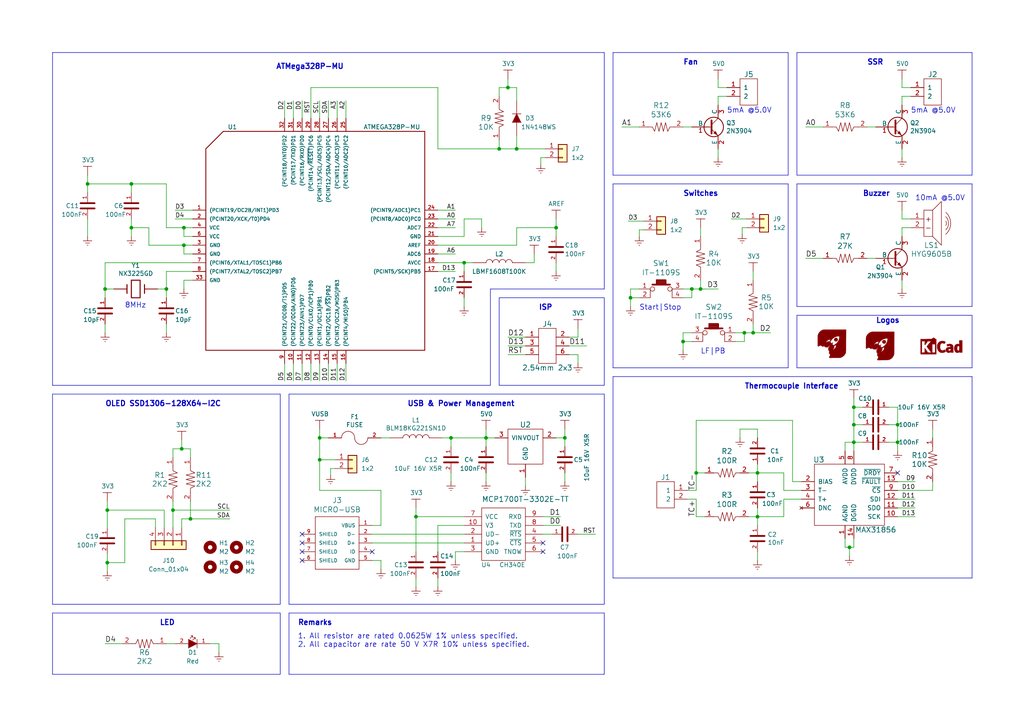
<source format=kicad_sch>
(kicad_sch (version 20230121) (generator eeschema)
  (paper "A4")
  (title_block (title "Tiny Reflow Controller") (date "2018-12-25") (rev "2.00") (company "Rocket Scream Electronics"))
  (junction (at 55.245 150.495))
  (junction (at 198.12 99.06))
  (junction (at 25.4 53.34))
  (junction (at 201.93 137.16))
  (junction (at 48.26 83.82))
  (junction (at 140.97 127))
  (junction (at 92.71 133.35))
  (junction (at 38.1 53.34))
  (junction (at 120.65 149.86))
  (junction (at 161.29 66.04))
  (junction (at 53.34 66.04))
  (junction (at 182.88 86.36))
  (junction (at 30.48 83.82))
  (junction (at 134.62 76.2))
  (junction (at 260.35 128.27))
  (junction (at 219.71 149.86))
  (junction (at 38.1 66.04))
  (junction (at 219.71 137.16))
  (junction (at 31.115 147.955))
  (junction (at 130.81 127))
  (junction (at 149.86 43.18))
  (junction (at 31.115 163.195))
  (junction (at 52.705 130.175))
  (junction (at 246.38 158.75))
  (junction (at 50.165 147.955))
  (junction (at 92.71 127))
  (junction (at 163.83 127))
  (junction (at 53.34 71.12))
  (junction (at 200.66 83.82))
  (junction (at 247.65 128.27))
  (junction (at 203.2 83.82))
  (junction (at 215.9 96.52))
  (junction (at 247.65 123.19))
  (junction (at 247.65 118.11))
  (junction (at 260.35 123.19))
  (junction (at 147.32 25.4))
  (junction (at 144.78 43.18))
  (junction (at 218.44 96.52))
  (no_connect (at 157.48 160.02))
  (no_connect (at 107.95 160.02))
  (no_connect (at 87.63 157.48))
  (no_connect (at 157.48 157.48))
  (no_connect (at 87.63 154.94))
  (no_connect (at 87.63 162.56))
  (no_connect (at 260.35 137.16))
  (no_connect (at 87.63 160.02))
  (wire (pts (xy 134.62 63.5) (xy 139.7 63.5)))
  (wire (pts (xy 53.34 71.12) (xy 55.88 71.12)))
  (wire (pts (xy 165.1 97.79) (xy 167.64 97.79)))
  (wire (pts (xy 134.62 76.2) (xy 134.62 78.74)))
  (wire (pts (xy 95.25 34.29) (xy 95.25 29.21)))
  (wire (pts (xy 127 25.4) (xy 127 43.18)))
  (polyline (pts (xy 177.8 106.68) (xy 177.8 53.34)))
  (wire (pts (xy 261.62 81.28) (xy 261.62 83.82)))
  (wire (pts (xy 200.66 83.82) (xy 200.66 86.36)))
  (wire (pts (xy 48.26 186.69) (xy 50.8 186.69)))
  (wire (pts (xy 134.62 160.02) (xy 132.08 160.02)))
  (wire (pts (xy 149.86 43.18) (xy 158.115 43.18)))
  (wire (pts (xy 270.51 124.46) (xy 270.51 127)))
  (wire (pts (xy 55.245 150.495) (xy 66.675 150.495)))
  (polyline (pts (xy 15.24 15.24) (xy 175.26 15.24)))
  (wire (pts (xy 50.8 63.5) (xy 55.88 63.5)))
  (polyline (pts (xy 231.14 88.9) (xy 281.94 88.9)))
  (polyline (pts (xy 83.82 195.58) (xy 175.26 195.58)))
  (wire (pts (xy 229.87 139.7) (xy 229.87 121.92)))
  (wire (pts (xy 97.155 135.89) (xy 95.885 135.89)))
  (wire (pts (xy 134.62 152.4) (xy 127 152.4)))
  (wire (pts (xy 31.115 160.655) (xy 31.115 163.195)))
  (wire (pts (xy 245.11 128.27) (xy 247.65 128.27)))
  (wire (pts (xy 134.62 68.58) (xy 134.62 63.5)))
  (wire (pts (xy 186.69 66.675) (xy 185.42 66.675)))
  (polyline (pts (xy 15.24 111.76) (xy 15.24 15.24)))
  (wire (pts (xy 144.78 43.18) (xy 149.86 43.18)))
  (wire (pts (xy 210.82 27.94) (xy 208.28 27.94)))
  (wire (pts (xy 260.35 123.19) (xy 260.35 128.27)))
  (wire (pts (xy 52.705 127.635) (xy 52.705 130.175)))
  (wire (pts (xy 213.36 96.52) (xy 215.9 96.52)))
  (wire (pts (xy 185.42 36.83) (xy 180.34 36.83)))
  (wire (pts (xy 30.48 93.98) (xy 30.48 96.52)))
  (wire (pts (xy 238.76 74.93) (xy 233.68 74.93)))
  (wire (pts (xy 120.65 167.64) (xy 120.65 170.18)))
  (wire (pts (xy 152.4 76.2) (xy 154.94 76.2)))
  (wire (pts (xy 219.71 124.46) (xy 219.71 127)))
  (polyline (pts (xy 231.14 15.24) (xy 281.94 15.24)))
  (wire (pts (xy 48.26 93.98) (xy 48.26 96.52)))
  (wire (pts (xy 52.705 153.035) (xy 52.705 150.495)))
  (wire (pts (xy 97.79 105.41) (xy 97.79 110.49)))
  (wire (pts (xy 260.35 128.27) (xy 257.81 128.27)))
  (polyline (pts (xy 177.8 53.34) (xy 228.6 53.34)))
  (wire (pts (xy 120.65 147.32) (xy 120.65 149.86)))
  (wire (pts (xy 270.51 142.24) (xy 270.51 139.7)))
  (wire (pts (xy 264.16 27.94) (xy 261.62 27.94)))
  (wire (pts (xy 43.18 71.12) (xy 43.18 66.04)))
  (wire (pts (xy 31.115 147.955) (xy 31.115 153.035)))
  (wire (pts (xy 127 60.96) (xy 132.08 60.96)))
  (wire (pts (xy 232.41 144.78) (xy 227.33 144.78)))
  (wire (pts (xy 227.33 137.16) (xy 227.33 142.24)))
  (wire (pts (xy 247.65 128.27) (xy 250.19 128.27)))
  (polyline (pts (xy 281.94 106.68) (xy 281.94 91.44)))
  (wire (pts (xy 165.1 100.33) (xy 170.18 100.33)))
  (wire (pts (xy 82.55 34.29) (xy 82.55 29.21)))
  (polyline (pts (xy 177.8 109.22) (xy 281.94 109.22)))
  (wire (pts (xy 198.12 99.06) (xy 198.12 101.6)))
  (wire (pts (xy 161.29 76.2) (xy 161.29 78.74)))
  (wire (pts (xy 31.115 145.415) (xy 31.115 147.955)))
  (wire (pts (xy 92.71 127) (xy 95.25 127)))
  (wire (pts (xy 55.88 78.74) (xy 48.26 78.74)))
  (wire (pts (xy 261.62 63.5) (xy 261.62 60.96)))
  (wire (pts (xy 210.82 25.4) (xy 208.28 25.4)))
  (wire (pts (xy 38.1 53.34) (xy 25.4 53.34)))
  (wire (pts (xy 149.86 66.04) (xy 149.86 71.12)))
  (polyline (pts (xy 231.14 53.34) (xy 231.14 88.9)))
  (wire (pts (xy 198.12 83.82) (xy 200.66 83.82)))
  (wire (pts (xy 45.085 150.495) (xy 36.195 150.495)))
  (wire (pts (xy 144.78 25.4) (xy 147.32 25.4)))
  (wire (pts (xy 55.88 73.66) (xy 53.34 73.66)))
  (wire (pts (xy 92.71 34.29) (xy 92.71 29.21)))
  (wire (pts (xy 182.88 86.36) (xy 185.42 86.36)))
  (wire (pts (xy 198.12 96.52) (xy 198.12 99.06)))
  (wire (pts (xy 219.71 137.16) (xy 227.33 137.16)))
  (wire (pts (xy 208.28 43.18) (xy 208.28 45.72)))
  (polyline (pts (xy 81.28 114.3) (xy 15.24 114.3)))
  (wire (pts (xy 247.65 123.19) (xy 247.65 128.27)))
  (wire (pts (xy 185.42 83.82) (xy 182.88 83.82)))
  (polyline (pts (xy 228.6 106.68) (xy 177.8 106.68)))
  (wire (pts (xy 97.79 34.29) (xy 97.79 29.21)))
  (wire (pts (xy 92.71 127) (xy 92.71 133.35)))
  (wire (pts (xy 85.09 105.41) (xy 85.09 110.49)))
  (wire (pts (xy 48.26 78.74) (xy 48.26 83.82)))
  (wire (pts (xy 36.195 163.195) (xy 31.115 163.195)))
  (wire (pts (xy 55.88 81.28) (xy 53.34 81.28)))
  (wire (pts (xy 157.48 152.4) (xy 162.56 152.4)))
  (wire (pts (xy 182.88 86.36) (xy 182.88 88.9)))
  (wire (pts (xy 107.95 157.48) (xy 134.62 157.48)))
  (wire (pts (xy 245.11 130.81) (xy 245.11 128.27)))
  (polyline (pts (xy 228.6 53.34) (xy 228.6 106.68)))
  (wire (pts (xy 247.65 128.27) (xy 247.65 130.81)))
  (wire (pts (xy 38.1 63.5) (xy 38.1 66.04)))
  (wire (pts (xy 47.625 147.955) (xy 31.115 147.955)))
  (polyline (pts (xy 15.24 175.26) (xy 81.28 175.26)))
  (wire (pts (xy 110.49 127) (xy 113.03 127)))
  (wire (pts (xy 33.02 83.82) (xy 30.48 83.82)))
  (wire (pts (xy 260.35 139.7) (xy 265.43 139.7)))
  (wire (pts (xy 260.35 149.86) (xy 265.43 149.86)))
  (wire (pts (xy 203.2 81.28) (xy 203.2 83.82)))
  (wire (pts (xy 264.16 25.4) (xy 261.62 25.4)))
  (wire (pts (xy 48.26 53.34) (xy 48.26 66.04)))
  (wire (pts (xy 92.71 133.35) (xy 92.71 142.24)))
  (wire (pts (xy 53.34 66.04) (xy 48.26 66.04)))
  (wire (pts (xy 30.48 83.82) (xy 30.48 86.36)))
  (polyline (pts (xy 281.94 91.44) (xy 231.14 91.44)))
  (wire (pts (xy 232.41 139.7) (xy 229.87 139.7)))
  (wire (pts (xy 149.86 39.37) (xy 149.86 43.18)))
  (wire (pts (xy 52.705 130.175) (xy 55.245 130.175)))
  (polyline (pts (xy 228.6 15.24) (xy 228.6 50.8)))
  (wire (pts (xy 219.71 149.86) (xy 217.17 149.86)))
  (wire (pts (xy 157.48 149.86) (xy 162.56 149.86)))
  (wire (pts (xy 163.83 137.16) (xy 163.83 139.7)))
  (polyline (pts (xy 175.26 175.26) (xy 83.82 175.26)))
  (wire (pts (xy 127 76.2) (xy 134.62 76.2)))
  (wire (pts (xy 92.71 142.24) (xy 110.49 142.24)))
  (wire (pts (xy 163.83 127) (xy 163.83 129.54)))
  (wire (pts (xy 130.81 127) (xy 140.97 127)))
  (wire (pts (xy 55.88 68.58) (xy 53.34 68.58)))
  (wire (pts (xy 38.1 66.04) (xy 38.1 68.58)))
  (wire (pts (xy 25.4 50.8) (xy 25.4 53.34)))
  (polyline (pts (xy 15.24 195.58) (xy 15.24 177.8)))
  (wire (pts (xy 216.535 66.04) (xy 215.265 66.04)))
  (polyline (pts (xy 142.24 111.76) (xy 15.24 111.76)))
  (wire (pts (xy 152.4 100.33) (xy 147.32 100.33)))
  (wire (pts (xy 260.35 123.19) (xy 257.81 123.19)))
  (wire (pts (xy 50.165 130.175) (xy 52.705 130.175)))
  (polyline (pts (xy 175.26 86.36) (xy 175.26 111.76)))
  (wire (pts (xy 182.245 64.135) (xy 186.69 64.135)))
  (wire (pts (xy 215.9 96.52) (xy 218.44 96.52)))
  (wire (pts (xy 30.48 76.2) (xy 30.48 83.82)))
  (wire (pts (xy 53.34 73.66) (xy 53.34 71.12)))
  (polyline (pts (xy 231.14 50.8) (xy 231.14 15.24)))
  (wire (pts (xy 260.35 128.27) (xy 260.35 130.81)))
  (polyline (pts (xy 144.78 111.76) (xy 144.78 86.36)))
  (wire (pts (xy 247.65 118.11) (xy 247.65 123.19)))
  (wire (pts (xy 219.71 137.16) (xy 219.71 139.7)))
  (wire (pts (xy 161.29 66.04) (xy 149.86 66.04)))
  (wire (pts (xy 161.29 127) (xy 163.83 127)))
  (wire (pts (xy 92.71 127) (xy 92.71 124.46)))
  (wire (pts (xy 212.09 63.5) (xy 216.535 63.5)))
  (wire (pts (xy 107.95 154.94) (xy 134.62 154.94)))
  (wire (pts (xy 167.64 97.79) (xy 167.64 95.25)))
  (wire (pts (xy 107.95 162.56) (xy 110.49 162.56)))
  (wire (pts (xy 53.34 81.28) (xy 53.34 83.82)))
  (wire (pts (xy 219.71 147.32) (xy 219.71 149.86)))
  (wire (pts (xy 147.32 22.86) (xy 147.32 25.4)))
  (wire (pts (xy 107.95 152.4) (xy 110.49 152.4)))
  (wire (pts (xy 90.17 34.29) (xy 90.17 25.4)))
  (wire (pts (xy 172.72 154.94) (xy 167.64 154.94)))
  (wire (pts (xy 238.76 36.83) (xy 233.68 36.83)))
  (wire (pts (xy 152.4 97.79) (xy 147.32 97.79)))
  (wire (pts (xy 229.87 121.92) (xy 201.93 121.92)))
  (wire (pts (xy 31.115 163.195) (xy 31.115 165.735)))
  (wire (pts (xy 110.49 142.24) (xy 110.49 152.4)))
  (wire (pts (xy 163.83 124.46) (xy 163.83 127)))
  (wire (pts (xy 90.17 105.41) (xy 90.17 110.49)))
  (wire (pts (xy 63.5 186.69) (xy 63.5 189.23)))
  (wire (pts (xy 208.28 25.4) (xy 208.28 22.86)))
  (wire (pts (xy 30.48 186.69) (xy 35.56 186.69)))
  (wire (pts (xy 130.81 129.54) (xy 130.81 127)))
  (wire (pts (xy 48.26 53.34) (xy 38.1 53.34)))
  (wire (pts (xy 50.165 145.415) (xy 50.165 147.955)))
  (wire (pts (xy 50.165 153.035) (xy 50.165 147.955)))
  (wire (pts (xy 100.33 105.41) (xy 100.33 110.49)))
  (wire (pts (xy 55.245 145.415) (xy 55.245 150.495)))
  (wire (pts (xy 132.08 160.02) (xy 132.08 162.56)))
  (wire (pts (xy 60.96 186.69) (xy 63.5 186.69)))
  (wire (pts (xy 55.245 130.175) (xy 55.245 132.715)))
  (polyline (pts (xy 231.14 91.44) (xy 231.14 106.68)))
  (wire (pts (xy 246.38 158.75) (xy 246.38 161.29)))
  (wire (pts (xy 182.88 83.82) (xy 182.88 86.36)))
  (wire (pts (xy 144.78 27.94) (xy 144.78 25.4)))
  (wire (pts (xy 261.62 27.94) (xy 261.62 30.48)))
  (wire (pts (xy 251.46 74.93) (xy 254 74.93)))
  (wire (pts (xy 139.7 63.5) (xy 139.7 66.04)))
  (wire (pts (xy 137.16 76.2) (xy 134.62 76.2)))
  (wire (pts (xy 227.33 144.78) (xy 227.33 149.86)))
  (polyline (pts (xy 15.24 177.8) (xy 81.28 177.8)))
  (wire (pts (xy 38.1 53.34) (xy 38.1 55.88)))
  (polyline (pts (xy 83.82 177.8) (xy 83.82 195.58)))
  (wire (pts (xy 201.93 121.92) (xy 201.93 137.16)))
  (wire (pts (xy 260.35 147.32) (xy 265.43 147.32)))
  (wire (pts (xy 201.93 144.78) (xy 201.93 149.86)))
  (wire (pts (xy 152.4 138.43) (xy 152.4 140.97)))
  (wire (pts (xy 219.71 149.86) (xy 219.71 152.4)))
  (wire (pts (xy 52.705 150.495) (xy 55.245 150.495)))
  (wire (pts (xy 95.25 105.41) (xy 95.25 110.49)))
  (wire (pts (xy 25.4 63.5) (xy 25.4 68.58)))
  (wire (pts (xy 200.66 96.52) (xy 198.12 96.52)))
  (wire (pts (xy 100.33 34.29) (xy 100.33 29.21)))
  (polyline (pts (xy 281.94 53.34) (xy 231.14 53.34)))
  (polyline (pts (xy 281.94 50.8) (xy 231.14 50.8)))
  (wire (pts (xy 127 66.04) (xy 132.08 66.04)))
  (wire (pts (xy 147.32 25.4) (xy 149.86 25.4)))
  (wire (pts (xy 55.88 66.04) (xy 53.34 66.04)))
  (wire (pts (xy 130.81 137.16) (xy 130.81 139.7)))
  (wire (pts (xy 127 68.58) (xy 134.62 68.58)))
  (wire (pts (xy 43.18 71.12) (xy 53.34 71.12)))
  (wire (pts (xy 201.93 142.24) (xy 199.39 142.24)))
  (wire (pts (xy 261.62 66.04) (xy 261.62 68.58)))
  (wire (pts (xy 50.165 147.955) (xy 66.675 147.955)))
  (wire (pts (xy 154.94 76.2) (xy 154.94 73.66)))
  (polyline (pts (xy 177.8 50.8) (xy 177.8 15.24)))
  (wire (pts (xy 261.62 25.4) (xy 261.62 22.86)))
  (wire (pts (xy 203.2 66.04) (xy 203.2 68.58)))
  (wire (pts (xy 246.38 158.75) (xy 247.65 158.75)))
  (polyline (pts (xy 144.78 86.36) (xy 175.26 86.36)))
  (wire (pts (xy 247.65 123.19) (xy 250.19 123.19)))
  (wire (pts (xy 156.845 45.72) (xy 156.845 47.625)))
  (wire (pts (xy 247.65 115.57) (xy 247.65 118.11)))
  (polyline (pts (xy 81.28 177.8) (xy 81.28 195.58)))
  (wire (pts (xy 214.63 124.46) (xy 219.71 124.46)))
  (wire (pts (xy 161.29 66.04) (xy 161.29 68.58)))
  (wire (pts (xy 200.66 86.36) (xy 198.12 86.36)))
  (wire (pts (xy 127 152.4) (xy 127 160.02)))
  (wire (pts (xy 215.9 99.06) (xy 215.9 96.52)))
  (wire (pts (xy 90.17 25.4) (xy 127 25.4)))
  (wire (pts (xy 165.1 102.87) (xy 167.64 102.87)))
  (wire (pts (xy 201.93 137.16) (xy 201.93 142.24)))
  (polyline (pts (xy 175.26 114.3) (xy 175.26 175.26)))
  (polyline (pts (xy 83.82 175.26) (xy 83.82 114.3)))
  (wire (pts (xy 45.085 153.035) (xy 45.085 150.495)))
  (wire (pts (xy 227.33 142.24) (xy 232.41 142.24)))
  (wire (pts (xy 127 63.5) (xy 132.08 63.5)))
  (wire (pts (xy 215.265 66.04) (xy 215.265 67.945)))
  (wire (pts (xy 48.26 83.82) (xy 48.26 86.36)))
  (wire (pts (xy 92.71 133.35) (xy 97.155 133.35)))
  (polyline (pts (xy 81.28 195.58) (xy 15.24 195.58)))
  (wire (pts (xy 87.63 105.41) (xy 87.63 110.49)))
  (wire (pts (xy 152.4 102.87) (xy 147.32 102.87)))
  (wire (pts (xy 140.97 127) (xy 140.97 129.54)))
  (wire (pts (xy 227.33 149.86) (xy 219.71 149.86)))
  (wire (pts (xy 45.72 83.82) (xy 48.26 83.82)))
  (polyline (pts (xy 177.8 15.24) (xy 228.6 15.24)))
  (polyline (pts (xy 175.26 177.8) (xy 83.82 177.8)))
  (wire (pts (xy 167.64 102.87) (xy 167.64 105.41)))
  (wire (pts (xy 149.86 71.12) (xy 127 71.12)))
  (wire (pts (xy 120.65 149.86) (xy 120.65 160.02)))
  (wire (pts (xy 25.4 53.34) (xy 25.4 55.88)))
  (wire (pts (xy 185.42 66.675) (xy 185.42 68.58)))
  (wire (pts (xy 92.71 105.41) (xy 92.71 110.49)))
  (polyline (pts (xy 175.26 15.24) (xy 175.26 83.82)))
  (polyline (pts (xy 175.26 111.76) (xy 144.78 111.76)))
  (wire (pts (xy 130.81 127) (xy 128.27 127)))
  (polyline (pts (xy 15.24 114.3) (xy 15.24 175.26)))
  (wire (pts (xy 47.625 153.035) (xy 47.625 147.955)))
  (wire (pts (xy 257.81 118.11) (xy 260.35 118.11)))
  (polyline (pts (xy 281.94 109.22) (xy 281.94 167.64)))
  (wire (pts (xy 264.16 63.5) (xy 261.62 63.5)))
  (wire (pts (xy 43.18 66.04) (xy 38.1 66.04)))
  (polyline (pts (xy 142.24 83.82) (xy 142.24 111.76)))
  (wire (pts (xy 55.88 60.96) (xy 50.8 60.96)))
  (wire (pts (xy 218.44 96.52) (xy 218.44 93.98)))
  (wire (pts (xy 198.12 36.83) (xy 200.66 36.83)))
  (wire (pts (xy 82.55 105.41) (xy 82.55 110.49)))
  (wire (pts (xy 204.47 137.16) (xy 201.93 137.16)))
  (wire (pts (xy 219.71 160.02) (xy 219.71 162.56)))
  (wire (pts (xy 85.09 34.29) (xy 85.09 29.21)))
  (polyline (pts (xy 281.94 15.24) (xy 281.94 50.8)))
  (wire (pts (xy 251.46 36.83) (xy 254 36.83)))
  (wire (pts (xy 215.9 99.06) (xy 213.36 99.06)))
  (wire (pts (xy 55.88 76.2) (xy 30.48 76.2)))
  (wire (pts (xy 140.97 127) (xy 143.51 127)))
  (wire (pts (xy 247.65 158.75) (xy 247.65 156.21)))
  (wire (pts (xy 127 78.74) (xy 132.08 78.74)))
  (wire (pts (xy 203.2 83.82) (xy 208.28 83.82)))
  (wire (pts (xy 260.35 142.24) (xy 270.51 142.24)))
  (wire (pts (xy 149.86 25.4) (xy 149.86 29.21)))
  (wire (pts (xy 201.93 149.86) (xy 204.47 149.86)))
  (wire (pts (xy 245.11 158.75) (xy 246.38 158.75)))
  (wire (pts (xy 87.63 34.29) (xy 87.63 29.21)))
  (polyline (pts (xy 231.14 106.68) (xy 281.94 106.68)))
  (wire (pts (xy 198.12 99.06) (xy 200.66 99.06)))
  (wire (pts (xy 261.62 43.18) (xy 261.62 45.72)))
  (polyline (pts (xy 281.94 167.64) (xy 177.8 167.64)))
  (polyline (pts (xy 175.26 83.82) (xy 142.24 83.82)))
  (wire (pts (xy 161.29 63.5) (xy 161.29 66.04)))
  (wire (pts (xy 264.16 66.04) (xy 261.62 66.04)))
  (wire (pts (xy 95.885 135.89) (xy 95.885 137.795)))
  (wire (pts (xy 36.195 150.495) (xy 36.195 163.195)))
  (wire (pts (xy 208.28 27.94) (xy 208.28 30.48)))
  (wire (pts (xy 140.97 124.46) (xy 140.97 127)))
  (wire (pts (xy 260.35 144.78) (xy 265.43 144.78)))
  (polyline (pts (xy 83.82 114.3) (xy 175.26 114.3)))
  (wire (pts (xy 245.11 156.21) (xy 245.11 158.75)))
  (wire (pts (xy 158.115 45.72) (xy 156.845 45.72)))
  (wire (pts (xy 199.39 144.78) (xy 201.93 144.78)))
  (wire (pts (xy 50.165 132.715) (xy 50.165 130.175)))
  (wire (pts (xy 250.19 118.11) (xy 247.65 118.11)))
  (wire (pts (xy 127 73.66) (xy 132.08 73.66)))
  (wire (pts (xy 214.63 127) (xy 214.63 124.46)))
  (wire (pts (xy 160.02 154.94) (xy 157.48 154.94)))
  (wire (pts (xy 218.44 78.74) (xy 218.44 81.28)))
  (wire (pts (xy 134.62 149.86) (xy 120.65 149.86)))
  (polyline (pts (xy 228.6 50.8) (xy 177.8 50.8)))
  (wire (pts (xy 219.71 134.62) (xy 219.71 137.16)))
  (wire (pts (xy 144.78 43.18) (xy 144.78 40.64)))
  (wire (pts (xy 53.34 68.58) (xy 53.34 66.04)))
  (polyline (pts (xy 281.94 88.9) (xy 281.94 53.34)))
  (polyline (pts (xy 175.26 195.58) (xy 175.26 177.8)))
  (polyline (pts (xy 177.8 167.64) (xy 177.8 109.22)))
  (wire (pts (xy 127 167.64) (xy 127 170.18)))
  (wire (pts (xy 110.49 162.56) (xy 110.49 165.1)))
  (wire (pts (xy 260.35 118.11) (xy 260.35 123.19)))
  (wire (pts (xy 200.66 83.82) (xy 203.2 83.82)))
  (wire (pts (xy 127 43.18) (xy 144.78 43.18)))
  (polyline (pts (xy 81.28 175.26) (xy 81.28 114.3)))
  (wire (pts (xy 134.62 86.36) (xy 134.62 88.9)))
  (wire (pts (xy 218.44 96.52) (xy 223.52 96.52)))
  (wire (pts (xy 217.17 137.16) (xy 219.71 137.16)))
  (wire (pts (xy 140.97 137.16) (xy 140.97 139.7)))
  (text "Buzzer" (at 250.19 57.15 0) (effects (font (size 1.524 1.524) (thickness 0.3048) bold) (justify left bottom)))
  (text "5mA @5.0V" (at 210.82 33.02 0) (effects (font (size 1.524 1.524)) (justify left bottom)))
  (text "Fan" (at 198.12 19.05 0) (effects (font (size 1.524 1.524) (thickness 0.3048) bold) (justify left bottom)))
  (text "5mA @5.0V" (at 264.16 33.02 0) (effects (font (size 1.524 1.524)) (justify left bottom)))
  (text "Logos" (at 254 93.98 0) (effects (font (size 1.524 1.524) (thickness 0.3048) bold) (justify left bottom)))
  (text "LF|PB" (at 203.2 102.87 0) (effects (font (size 1.524 1.524)) (justify left bottom)))
  (text "Remarks" (at 86.36 181.61 0) (effects (font (size 1.524 1.524) (thickness 0.3048) bold) (justify left bottom)))
  (text "10mA @5.0V" (at 265.43 58.42 0) (effects (font (size 1.524 1.524)) (justify left bottom)))
  (text "Switches" (at 198.12 57.15 0) (effects (font (size 1.524 1.524) (thickness 0.3048) bold) (justify left bottom)))
  (text "Start|Stop" (at 185.42 90.17 0) (effects (font (size 1.524 1.524)) (justify left bottom)))
  (text "1. All resistor are rated 0.0625W 1% unless specified.\n2. All capacitor are rate 50 V X7R 10% unless specified. " (at 86.36 187.96 0) (effects (font (size 1.524 1.524)) (justify left bottom)))
  (text "ISP" (at 156.21 90.17 0) (effects (font (size 1.524 1.524) (thickness 0.3048) bold) (justify left bottom)))
  (text "Thermocouple Interface" (at 215.9 113.03 0) (effects (font (size 1.524 1.524) (thickness 0.3048) bold) (justify left bottom)))
  (text "8MHz" (at 36.195 89.535 0) (effects (font (size 1.524 1.524)) (justify left bottom)))
  (text "LED" (at 50.8 181.61 0) (effects (font (size 1.524 1.524) (thickness 0.3048) bold) (justify right bottom)))
  (text "ATMega328P-MU" (at 80.01 20.32 0) (effects (font (size 1.524 1.524) (thickness 0.3048) bold) (justify left bottom)))
  (text "USB & Power Management" (at 118.11 118.11 0) (effects (font (size 1.524 1.524) (thickness 0.3048) bold) (justify left bottom)))
  (text "SSR" (at 251.46 19.05 0) (effects (font (size 1.524 1.524) (thickness 0.3048) bold) (justify left bottom)))
  (text "OLED SSD1306-128X64-I2C" (at 30.48 118.11 0) (effects (font (size 1.524 1.524) (thickness 0.3048) bold) (justify left bottom)))
  (label "D13" (at 265.43 149.86 180))
  (label "D8" (at 90.17 110.49 90))
  (label "D1" (at 85.09 29.21 270))
  (label "D0" (at 87.63 29.21 270))
  (label "SCL" (at 66.675 147.955 180))
  (label "TC-" (at 201.93 142.24 90) (effects (font (size 1.524 1.524))))
  (label "D9" (at 265.43 139.7 180))
  (label "A7" (at 132.08 66.04 180))
  (label "A3" (at 97.79 29.21 270))
  (label "D13" (at 147.32 100.33 0) (effects (font (size 1.524 1.524))))
  (label "D12" (at 147.32 97.79 0) (effects (font (size 1.524 1.524))))
  (label "RST" (at 172.72 154.94 180))
  (label "A6" (at 132.08 73.66 180))
  (label "D1" (at 162.56 149.86 180) (effects (font (size 1.524 1.524))))
  (label "D2" (at 223.52 96.52 180) (effects (font (size 1.524 1.524))))
  (label "D12" (at 100.33 110.49 90))
  (label "A2" (at 100.33 29.21 270))
  (label "RST" (at 147.32 102.87 0) (effects (font (size 1.524 1.524))))
  (label "A1" (at 180.34 36.83 0) (effects (font (size 1.524 1.524))))
  (label "D3" (at 208.28 83.82 180) (effects (font (size 1.524 1.524))))
  (label "SCL" (at 92.71 29.21 270))
  (label "D5" (at 233.68 74.93 0) (effects (font (size 1.524 1.524))))
  (label "D2" (at 82.55 29.21 270))
  (label "D6" (at 85.09 110.49 90))
  (label "D7" (at 87.63 110.49 90))
  (label "A0" (at 233.68 36.83 0) (effects (font (size 1.524 1.524))))
  (label "A0" (at 132.08 63.5 180))
  (label "D2" (at 212.09 63.5 0))
  (label "TC+" (at 201.93 149.86 90) (effects (font (size 1.524 1.524))))
  (label "D11" (at 97.79 110.49 90))
  (label "D3" (at 182.245 64.135 0))
  (label "D0" (at 162.56 152.4 180) (effects (font (size 1.524 1.524))))
  (label "D10" (at 95.25 110.49 90))
  (label "D13" (at 132.08 78.74 180))
  (label "A1" (at 132.08 60.96 180))
  (label "D10" (at 265.43 142.24 180))
  (label "D5" (at 82.55 110.49 90))
  (label "D9" (at 92.71 110.49 90))
  (label "SDA" (at 95.25 29.21 270))
  (label "D4" (at 30.48 186.69 0) (effects (font (size 1.524 1.524))))
  (label "SDA" (at 66.675 150.495 180))
  (label "RST" (at 90.17 29.21 270))
  (label "D4" (at 50.8 63.5 0))
  (label "D11" (at 265.43 144.78 180))
  (label "D11" (at 165.1 100.33 0) (effects (font (size 1.524 1.524))))
  (label "D3" (at 50.8 60.96 0))
  (label "D12" (at 265.43 147.32 180))
  (symbol (lib_id "TINY-REFLOW-CONTROLLER-rescue:LED-SINGLE-RocketScreamKiCadLib") (at 55.88 186.69 180) (unit 1)
    (property "Reference" "D1" (at 55.88 189.23 0))
    (property "Value" "Red" (at 55.88 191.77 0))
    (property "Footprint" "RocketScreamKiCadLib:LED_0603" (effects hide))
  )
  (symbol (lib_id "TINY-REFLOW-CONTROLLER-rescue:MAX31856-RocketScreamKiCadLib") (at 246.38 143.51 0) (unit 1)
    (property "Reference" "U3" (at 237.49 133.35 0) (effects (font (size 1.524 1.524))))
    (property "Value" "MAX31856" (at 254 153.67 0) (effects (font (size 1.524 1.524))))
    (property "Footprint" "RocketScreamKiCadLib:TSSOP-14" (effects hide))
  )
  (symbol (lib_id "TINY-REFLOW-CONTROLLER-rescue:TACT-SWITCH_4Pins-RocketScreamKiCadLib") (at 207.01 96.52 0) (mirror y) (unit 1)
    (property "Reference" "SW2" (at 207.01 89.0524 0) (effects (font (size 1.524 1.524))))
    (property "Value" "IT-1109S" (at 207.01 91.7448 0) (effects (font (size 1.524 1.524))))
    (property "Footprint" "RocketScreamKiCadLib:IT-1102W" (effects hide))
  )
  (symbol (lib_id "TINY-REFLOW-CONTROLLER-rescue:TACT-SWITCH_4Pins-RocketScreamKiCadLib") (at 191.77 83.82 0) (unit 1)
    (property "Reference" "SW1" (at 191.77 76.3524 0) (effects (font (size 1.524 1.524))))
    (property "Value" "IT-1109S" (at 191.77 79.0448 0) (effects (font (size 1.524 1.524))))
    (property "Footprint" "RocketScreamKiCadLib:IT-1102W" (effects hide))
  )
  (symbol (lib_id "TINY-REFLOW-CONTROLLER-rescue:RESISTOR-RocketScreamKiCadLib") (at 50.165 139.065 90) (mirror x) (unit 1)
    (property "Reference" "R1" (at 46.355 137.795 90) (effects (font (size 1.524 1.524))))
    (property "Value" "2K2" (at 46.355 140.335 90) (effects (font (size 1.524 1.524))))
    (property "Footprint" "RocketScreamKiCadLib:R_0603" (effects hide))
  )
  (symbol (lib_id "TINY-REFLOW-CONTROLLER-rescue:BUZZER-RocketScreamKiCadLib") (at 270.51 64.77 0) (unit 1)
    (property "Reference" "LS1" (at 267.97 71.12 0) (effects (font (size 1.524 1.524)) (justify left)))
    (property "Value" "HYG9605B" (at 264.16 73.66 0) (effects (font (size 1.524 1.524)) (justify left)))
    (property "Footprint" "RocketScreamKiCadLib:HYG9605B" (effects hide))
  )
  (symbol (lib_id "TINY-REFLOW-CONTROLLER-rescue:RESISTOR-RocketScreamKiCadLib") (at 210.82 137.16 0) (unit 1)
    (property "Reference" "R2" (at 210.82 130.8862 0) (effects (font (size 1.524 1.524))))
    (property "Value" "100R" (at 210.82 133.5786 0) (effects (font (size 1.524 1.524))))
    (property "Footprint" "RocketScreamKiCadLib:R_0603" (effects hide))
  )
  (symbol (lib_id "TINY-REFLOW-CONTROLLER-rescue:RESISTOR-RocketScreamKiCadLib") (at 210.82 149.86 0) (unit 1)
    (property "Reference" "R3" (at 210.82 143.5862 0) (effects (font (size 1.524 1.524))))
    (property "Value" "100R" (at 210.82 146.2786 0) (effects (font (size 1.524 1.524))))
    (property "Footprint" "RocketScreamKiCadLib:R_0603" (effects hide))
  )
  (symbol (lib_id "TINY-REFLOW-CONTROLLER-rescue:CAPACITOR-CERAMIC-RocketScreamKiCadLib") (at 219.71 143.51 0) (unit 1)
    (property "Reference" "C3" (at 222.25 143.51 0) (effects (justify left)))
    (property "Value" "100nF" (at 220.98 146.05 0) (effects (justify left)))
    (property "Footprint" "RocketScreamKiCadLib:C_0603" (effects hide))
  )
  (symbol (lib_id "TINY-REFLOW-CONTROLLER-rescue:CAPACITOR-CERAMIC-RocketScreamKiCadLib") (at 219.71 156.21 0) (unit 1)
    (property "Reference" "C2" (at 222.631 155.0416 0) (effects (justify left)))
    (property "Value" "10nF" (at 222.631 157.353 0) (effects (justify left)))
    (property "Footprint" "RocketScreamKiCadLib:C_0603" (effects hide))
  )
  (symbol (lib_id "TINY-REFLOW-CONTROLLER-rescue:CAPACITOR-CERAMIC-RocketScreamKiCadLib") (at 219.71 130.81 180) (unit 1)
    (property "Reference" "C1" (at 226.06 130.81 0) (effects (justify left)))
    (property "Value" "10nF" (at 227.33 133.35 0) (effects (justify left)))
    (property "Footprint" "RocketScreamKiCadLib:C_0603" (effects hide))
  )
  (symbol (lib_id "TINY-REFLOW-CONTROLLER-rescue:CONN-HDR-2x3-RocketScreamKiCadLib") (at 158.75 100.33 0) (unit 1)
    (property "Reference" "J4" (at 158.75 93.98 0) (effects (font (size 1.524 1.524))))
    (property "Value" "2.54mm 2x3" (at 158.75 106.68 0) (effects (font (size 1.524 1.524))))
    (property "Footprint" "RocketScreamKiCadLib:HDR_2x3_Pitch2.54mm" (effects hide))
  )
  (symbol (lib_id "TINY-REFLOW-CONTROLLER-rescue:CAPACITOR-CERAMIC-RocketScreamKiCadLib") (at 140.97 133.35 0) (unit 1)
    (property "Reference" "C4" (at 134.62 133.35 0) (effects (justify left)))
    (property "Value" "100nF" (at 133.35 135.89 0) (effects (justify left)))
    (property "Footprint" "RocketScreamKiCadLib:C_0603" (effects hide))
  )
  (symbol (lib_id "TINY-REFLOW-CONTROLLER-rescue:CAPACITOR-CERAMIC-RocketScreamKiCadLib") (at 163.83 133.35 0) (unit 1)
    (property "Reference" "C5" (at 166.37 133.35 0) (effects (justify left)))
    (property "Value" "10uF 16V X5R" (at 170.18 139.7 90) (effects (justify left)))
    (property "Footprint" "RocketScreamKiCadLib:C_0603" (effects hide))
  )
  (symbol (lib_id "TINY-REFLOW-CONTROLLER-rescue:RESISTOR-RocketScreamKiCadLib") (at 203.2 74.93 270) (unit 1)
    (property "Reference" "R4" (at 207.01 73.66 90) (effects (font (size 1.524 1.524))))
    (property "Value" "10K" (at 207.01 76.2 90) (effects (font (size 1.524 1.524))))
    (property "Footprint" "RocketScreamKiCadLib:R_0603" (effects hide))
  )
  (symbol (lib_id "TINY-REFLOW-CONTROLLER-rescue:RESISTOR-RocketScreamKiCadLib") (at 218.44 87.63 270) (unit 1)
    (property "Reference" "R5" (at 222.25 86.36 90) (effects (font (size 1.524 1.524))))
    (property "Value" "10K" (at 222.25 88.9 90) (effects (font (size 1.524 1.524))))
    (property "Footprint" "RocketScreamKiCadLib:R_0603" (effects hide))
  )
  (symbol (lib_id "TINY-REFLOW-CONTROLLER-rescue:BJT-NPN-RocketScreamKiCadLib") (at 261.62 36.83 0) (unit 1)
    (property "Reference" "Q2" (at 263.9314 35.6616 0) (effects (justify left)))
    (property "Value" "2N3904" (at 263.9314 37.973 0) (effects (justify left)))
    (property "Footprint" "RocketScreamKiCadLib:SOT-23" (effects hide))
  )
  (symbol (lib_id "TINY-REFLOW-CONTROLLER-rescue:BJT-NPN-RocketScreamKiCadLib") (at 261.62 74.93 0) (unit 1)
    (property "Reference" "Q1" (at 254 77.47 0) (effects (justify left)))
    (property "Value" "2N3904" (at 251.46 80.01 0) (effects (justify left)))
    (property "Footprint" "RocketScreamKiCadLib:SOT-23" (effects hide))
  )
  (symbol (lib_id "TINY-REFLOW-CONTROLLER-rescue:RESISTOR-RocketScreamKiCadLib") (at 41.91 186.69 180) (unit 1)
    (property "Reference" "R6" (at 41.91 189.23 0) (effects (font (size 1.524 1.524))))
    (property "Value" "2K2" (at 41.91 191.77 0) (effects (font (size 1.524 1.524))))
    (property "Footprint" "RocketScreamKiCadLib:R_0603" (effects hide))
  )
  (symbol (lib_id "TINY-REFLOW-CONTROLLER-rescue:RESISTOR-RocketScreamKiCadLib") (at 245.11 74.93 0) (unit 1)
    (property "Reference" "R7" (at 245.11 68.6562 0) (effects (font (size 1.524 1.524))))
    (property "Value" "27K" (at 245.11 71.3486 0) (effects (font (size 1.524 1.524))))
    (property "Footprint" "RocketScreamKiCadLib:R_0603" (effects hide))
  )
  (symbol (lib_id "TINY-REFLOW-CONTROLLER-rescue:LOGO-ROCKET-SCREAM-WITHOUT-TEXT-RocketScreamKiCadLib") (at 241.3 99.695 0) (unit 1)
    (property "Reference" "LOGO1" (effects hide))
    (property "Value" "LOGO-ROCKET-SCREAM" (effects hide))
    (property "Footprint" "RocketScreamKiCadLib:LOGO-ROCKET-SCREAM_Without_Text_XXXSmall" (effects hide))
  )
  (symbol (lib_id "TINY-REFLOW-CONTROLLER-rescue:RESISTOR-RocketScreamKiCadLib") (at 245.11 36.83 0) (unit 1)
    (property "Reference" "R8" (at 245.11 30.5562 0) (effects (font (size 1.524 1.524))))
    (property "Value" "53K6" (at 245.11 33.2486 0) (effects (font (size 1.524 1.524))))
    (property "Footprint" "RocketScreamKiCadLib:R_0603" (effects hide))
  )
  (symbol (lib_id "TINY-REFLOW-CONTROLLER-rescue:RESISTOR-RocketScreamKiCadLib") (at 144.78 34.29 90) (unit 1)
    (property "Reference" "R9" (at 140.97 34.29 90) (effects (font (size 1.524 1.524))))
    (property "Value" "10K" (at 140.97 36.83 90) (effects (font (size 1.524 1.524))))
    (property "Footprint" "RocketScreamKiCadLib:R_0603" (effects hide))
  )
  (symbol (lib_id "TINY-REFLOW-CONTROLLER-rescue:DIODE-RocketScreamKiCadLib") (at 149.86 34.29 270) (unit 1)
    (property "Reference" "D3" (at 153.67 34.29 90))
    (property "Value" "1N4148WS" (at 156.21 36.83 90))
    (property "Footprint" "RocketScreamKiCadLib:SOD-323" (effects hide))
  )
  (symbol (lib_id "TINY-REFLOW-CONTROLLER-rescue:CAPACITOR-CERAMIC-RocketScreamKiCadLib") (at 38.1 59.69 0) (unit 1)
    (property "Reference" "C6" (at 33.02 59.69 0) (effects (justify left)))
    (property "Value" "100nF" (at 30.48 62.23 0) (effects (justify left)))
    (property "Footprint" "RocketScreamKiCadLib:C_0603" (effects hide))
  )
  (symbol (lib_id "TINY-REFLOW-CONTROLLER-rescue:CAPACITOR-CERAMIC-RocketScreamKiCadLib") (at 163.83 154.94 90) (mirror x) (unit 1)
    (property "Reference" "C7" (at 165.1 158.75 90) (effects (justify left)))
    (property "Value" "100nF" (at 167.64 161.29 90) (effects (justify left)))
    (property "Footprint" "RocketScreamKiCadLib:C_0603" (effects hide))
  )
  (symbol (lib_id "TINY-REFLOW-CONTROLLER-rescue:TERMINAL-BLOCK-1x2-RocketScreamKiCadLib") (at 270.51 26.67 0) (mirror y) (unit 1)
    (property "Reference" "J2" (at 270.51 21.59 0) (effects (font (size 1.524 1.524))))
    (property "Value" "TERMINAL-BLOCK-1x2" (effects hide))
    (property "Footprint" "RocketScreamKiCadLib:TB-1776275-2" (effects hide))
  )
  (symbol (lib_id "TINY-REFLOW-CONTROLLER-rescue:TERMINAL-BLOCK-1x2-RocketScreamKiCadLib") (at 193.04 143.51 0) (unit 1)
    (property "Reference" "J1" (at 193.04 138.43 0) (effects (font (size 1.524 1.524))))
    (property "Value" "TERMINAL-BLOCK-1x2" (effects hide))
    (property "Footprint" "RocketScreamKiCadLib:TB-1776275-2" (effects hide))
  )
  (symbol (lib_id "TINY-REFLOW-CONTROLLER-rescue:CAPACITOR-CERAMIC-RocketScreamKiCadLib") (at 254 123.19 90) (unit 1)
    (property "Reference" "C8" (at 251.46 120.65 90) (effects (justify left)))
    (property "Value" "100nF" (at 266.7 123.19 90) (effects (justify left)))
    (property "Footprint" "RocketScreamKiCadLib:C_0603" (effects hide))
  )
  (symbol (lib_id "TINY-REFLOW-CONTROLLER-rescue:CAPACITOR-CERAMIC-RocketScreamKiCadLib") (at 254 128.27 90) (mirror x) (unit 1)
    (property "Reference" "C9" (at 251.46 125.73 90) (effects (justify left)))
    (property "Value" "100nF" (at 266.7 128.27 90) (effects (justify left)))
    (property "Footprint" "RocketScreamKiCadLib:C_0603" (effects hide))
  )
  (symbol (lib_id "TINY-REFLOW-CONTROLLER-rescue:RESISTOR-RocketScreamKiCadLib") (at 270.51 133.35 270) (unit 1)
    (property "Reference" "R10" (at 266.7 132.08 90) (effects (font (size 1.524 1.524))))
    (property "Value" "10K" (at 266.7 134.62 90) (effects (font (size 1.524 1.524))))
    (property "Footprint" "RocketScreamKiCadLib:R_0603" (effects hide))
  )
  (symbol (lib_id "TINY-REFLOW-CONTROLLER-rescue:CAPACITOR-CERAMIC-RocketScreamKiCadLib") (at 25.4 59.69 0) (unit 1)
    (property "Reference" "C11" (at 19.05 59.69 0) (effects (justify left)))
    (property "Value" "100nF" (at 17.78 62.23 0) (effects (justify left)))
    (property "Footprint" "RocketScreamKiCadLib:C_0603" (effects hide))
  )
  (symbol (lib_id "TINY-REFLOW-CONTROLLER-rescue:3V3-RocketScreamKiCadLib") (at 25.4 50.8 0) (unit 1)
    (property "Reference" "#PWR03" (effects hide))
    (property "Value" "3V3" (at 25.527 46.4058 0))
  )
  (symbol (lib_id "TINY-REFLOW-CONTROLLER-rescue:3V3-RocketScreamKiCadLib") (at 147.32 22.86 0) (unit 1)
    (property "Reference" "#PWR04" (effects hide))
    (property "Value" "3V3" (at 147.447 18.4658 0))
  )
  (symbol (lib_id "TINY-REFLOW-CONTROLLER-rescue:GND-RocketScreamKiCadLib") (at 261.62 83.82 0) (unit 1)
    (property "Reference" "#PWR07" (effects hide))
    (property "Value" "GND" (effects hide))
  )
  (symbol (lib_id "TINY-REFLOW-CONTROLLER-rescue:GND-RocketScreamKiCadLib") (at 261.62 45.72 0) (unit 1)
    (property "Reference" "#PWR09" (effects hide))
    (property "Value" "GND" (effects hide))
  )
  (symbol (lib_id "TINY-REFLOW-CONTROLLER-rescue:GND-RocketScreamKiCadLib") (at 182.88 88.9 0) (unit 1)
    (property "Reference" "#PWR010" (effects hide))
    (property "Value" "GND" (effects hide))
  )
  (symbol (lib_id "TINY-REFLOW-CONTROLLER-rescue:GND-RocketScreamKiCadLib") (at 198.12 101.6 0) (unit 1)
    (property "Reference" "#PWR011" (effects hide))
    (property "Value" "GND" (effects hide))
  )
  (symbol (lib_id "TINY-REFLOW-CONTROLLER-rescue:3V3-RocketScreamKiCadLib") (at 203.2 66.04 0) (unit 1)
    (property "Reference" "#PWR012" (effects hide))
    (property "Value" "3V3" (at 203.327 61.6458 0))
  )
  (symbol (lib_id "TINY-REFLOW-CONTROLLER-rescue:GND-RocketScreamKiCadLib") (at 31.115 165.735 0) (unit 1)
    (property "Reference" "#PWR016" (effects hide))
    (property "Value" "GND" (effects hide))
  )
  (symbol (lib_id "TINY-REFLOW-CONTROLLER-rescue:3V3-RocketScreamKiCadLib") (at 52.705 127.635 0) (unit 1)
    (property "Reference" "#PWR017" (effects hide))
    (property "Value" "3V3" (at 52.832 123.2408 0))
  )
  (symbol (lib_id "TINY-REFLOW-CONTROLLER-rescue:GND-RocketScreamKiCadLib") (at 63.5 189.23 0) (unit 1)
    (property "Reference" "#PWR018" (effects hide))
    (property "Value" "GND" (effects hide))
  )
  (symbol (lib_id "TINY-REFLOW-CONTROLLER-rescue:3V3-RocketScreamKiCadLib") (at 270.51 124.46 0) (unit 1)
    (property "Reference" "#PWR035" (effects hide))
    (property "Value" "3V3" (at 270.637 120.0658 0))
  )
  (symbol (lib_id "TINY-REFLOW-CONTROLLER-rescue:3V3-RocketScreamKiCadLib") (at 167.64 95.25 0) (unit 1)
    (property "Reference" "#PWR021" (effects hide))
    (property "Value" "3V3" (at 167.767 90.8558 0))
  )
  (symbol (lib_id "TINY-REFLOW-CONTROLLER-rescue:GND-RocketScreamKiCadLib") (at 167.64 105.41 0) (unit 1)
    (property "Reference" "#PWR022" (effects hide))
    (property "Value" "GND" (effects hide))
  )
  (symbol (lib_id "TINY-REFLOW-CONTROLLER-rescue:GND-RocketScreamKiCadLib") (at 140.97 139.7 0) (unit 1)
    (property "Reference" "#PWR023" (effects hide))
    (property "Value" "GND" (effects hide))
  )
  (symbol (lib_id "TINY-REFLOW-CONTROLLER-rescue:GND-RocketScreamKiCadLib") (at 152.4 140.97 0) (unit 1)
    (property "Reference" "#PWR024" (effects hide))
    (property "Value" "GND" (effects hide))
  )
  (symbol (lib_id "TINY-REFLOW-CONTROLLER-rescue:GND-RocketScreamKiCadLib") (at 163.83 139.7 0) (unit 1)
    (property "Reference" "#PWR025" (effects hide))
    (property "Value" "GND" (effects hide))
  )
  (symbol (lib_id "TINY-REFLOW-CONTROLLER-rescue:VUSB-RocketScreamKiCadLib") (at 92.71 124.46 0) (unit 1)
    (property "Reference" "#PWR027" (effects hide))
    (property "Value" "VUSB" (at 92.837 120.0658 0))
  )
  (symbol (lib_id "TINY-REFLOW-CONTROLLER-rescue:GND-RocketScreamKiCadLib") (at 130.81 139.7 0) (unit 1)
    (property "Reference" "#PWR028" (effects hide))
    (property "Value" "GND" (effects hide))
  )
  (symbol (lib_id "TINY-REFLOW-CONTROLLER-rescue:CAPACITOR-CERAMIC-RocketScreamKiCadLib") (at 254 118.11 270) (unit 1)
    (property "Reference" "C10" (at 248.92 115.57 90) (effects (justify left)))
    (property "Value" "10uF 16V X5R" (at 260.35 118.11 90) (effects (justify left)))
    (property "Footprint" "RocketScreamKiCadLib:C_0603" (effects hide))
  )
  (symbol (lib_id "TINY-REFLOW-CONTROLLER-rescue:3V3-RocketScreamKiCadLib") (at 163.83 124.46 0) (unit 1)
    (property "Reference" "#PWR029" (effects hide))
    (property "Value" "3V3" (at 163.957 120.0658 0))
  )
  (symbol (lib_id "TINY-REFLOW-CONTROLLER-rescue:GND-RocketScreamKiCadLib") (at 219.71 162.56 0) (unit 1)
    (property "Reference" "#PWR030" (effects hide))
    (property "Value" "GND" (effects hide))
  )
  (symbol (lib_id "TINY-REFLOW-CONTROLLER-rescue:GND-RocketScreamKiCadLib") (at 214.63 127 0) (unit 1)
    (property "Reference" "#PWR031" (effects hide))
    (property "Value" "GND" (effects hide))
  )
  (symbol (lib_id "TINY-REFLOW-CONTROLLER-rescue:GND-RocketScreamKiCadLib") (at 246.38 161.29 0) (unit 1)
    (property "Reference" "#PWR032" (effects hide))
    (property "Value" "GND" (effects hide))
  )
  (symbol (lib_id "TINY-REFLOW-CONTROLLER-rescue:GND-RocketScreamKiCadLib") (at 260.35 130.81 0) (unit 1)
    (property "Reference" "#PWR033" (effects hide))
    (property "Value" "GND" (effects hide))
  )
  (symbol (lib_id "TINY-REFLOW-CONTROLLER-rescue:3V3-RocketScreamKiCadLib") (at 247.65 115.57 0) (unit 1)
    (property "Reference" "#PWR034" (effects hide))
    (property "Value" "3V3" (at 247.777 111.1758 0))
  )
  (symbol (lib_id "TINY-REFLOW-CONTROLLER-rescue:LOGO-ROCKET-SCREAM-WITHOUT-TEXT-RocketScreamKiCadLib") (at 255.27 100.33 0) (unit 1)
    (property "Reference" "LOGO3" (effects hide))
    (property "Value" "LOGO-ROCKET-SCREAM" (effects hide))
    (property "Footprint" "RocketScreamKiCadLib:LOGO-ROCKET-SCREAM_Vertical_Small" (effects hide))
  )
  (symbol (lib_id "TINY-REFLOW-CONTROLLER-rescue:LOGO-KICAD-RocketScreamKiCadLib") (at 273.05 100.33 0) (unit 1)
    (property "Reference" "LOGO2" (effects hide))
    (property "Value" "LOGO-KICAD" (effects hide))
    (property "Footprint" "RocketScreamKiCadLib:LOGO-KICAD_XSmall" (effects hide))
  )
  (symbol (lib_id "TINY-REFLOW-CONTROLLER-rescue:MICRO-USB-RocketScreamKiCadLib") (at 97.79 157.48 0) (unit 1)
    (property "Reference" "J3" (at 97.79 145.1102 0) (effects (font (size 1.524 1.524))))
    (property "Value" "MICRO-USB" (at 97.79 147.8026 0) (effects (font (size 1.524 1.524))))
    (property "Footprint" "RocketScreamKiCadLib:MICRO-USB" (effects hide))
  )
  (symbol (lib_id "TINY-REFLOW-CONTROLLER-rescue:GND-RocketScreamKiCadLib") (at 110.49 165.1 0) (unit 1)
    (property "Reference" "#PWR037" (effects hide))
    (property "Value" "GND" (effects hide))
  )
  (symbol (lib_id "TINY-REFLOW-CONTROLLER-rescue:INDUCTOR-RocketScreamKiCadLib") (at 120.65 127 0) (unit 1)
    (property "Reference" "L1" (at 120.65 121.8692 0))
    (property "Value" "BLM18KG221SN1D" (at 120.65 124.1806 0))
    (property "Footprint" "RocketScreamKiCadLib:I_0603" (effects hide))
  )
  (symbol (lib_id "TINY-REFLOW-CONTROLLER-rescue:5V0-RocketScreamKiCadLib") (at 140.97 124.46 0) (unit 1)
    (property "Reference" "#PWR026" (effects hide))
    (property "Value" "5V0" (at 141.097 120.0658 0))
  )
  (symbol (lib_id "TINY-REFLOW-CONTROLLER-rescue:CAPACITOR-CERAMIC-RocketScreamKiCadLib") (at 130.81 133.35 0) (mirror y) (unit 1)
    (property "Reference" "C12" (at 127 133.35 0) (effects (justify left)))
    (property "Value" "10uF 16V X5R" (at 128.27 135.89 0) (effects (justify left)))
    (property "Footprint" "RocketScreamKiCadLib:C_0603" (effects hide))
  )
  (symbol (lib_id "TINY-REFLOW-CONTROLLER-rescue:BJT-NPN-RocketScreamKiCadLib") (at 208.28 36.83 0) (unit 1)
    (property "Reference" "Q3" (at 210.5914 35.6616 0) (effects (justify left)))
    (property "Value" "2N3904" (at 210.5914 37.973 0) (effects (justify left)))
    (property "Footprint" "RocketScreamKiCadLib:SOT-23" (effects hide))
  )
  (symbol (lib_id "TINY-REFLOW-CONTROLLER-rescue:RESISTOR-RocketScreamKiCadLib") (at 191.77 36.83 0) (unit 1)
    (property "Reference" "R12" (at 191.77 30.5562 0) (effects (font (size 1.524 1.524))))
    (property "Value" "53K6" (at 191.77 33.2486 0) (effects (font (size 1.524 1.524))))
    (property "Footprint" "RocketScreamKiCadLib:R_0603" (effects hide))
  )
  (symbol (lib_id "TINY-REFLOW-CONTROLLER-rescue:TERMINAL-BLOCK-1x2-RocketScreamKiCadLib") (at 217.17 26.67 0) (mirror y) (unit 1)
    (property "Reference" "J5" (at 217.17 21.59 0) (effects (font (size 1.524 1.524))))
    (property "Value" "TERMINAL-BLOCK-1x2" (effects hide))
    (property "Footprint" "RocketScreamKiCadLib:TB-1776275-2" (effects hide))
  )
  (symbol (lib_id "TINY-REFLOW-CONTROLLER-rescue:GND-RocketScreamKiCadLib") (at 208.28 45.72 0) (unit 1)
    (property "Reference" "#PWR045" (effects hide))
    (property "Value" "GND" (effects hide))
  )
  (symbol (lib_id "TINY-REFLOW-CONTROLLER-rescue:5V0-RocketScreamKiCadLib") (at 208.28 22.86 0) (unit 1)
    (property "Reference" "#PWR044" (effects hide))
    (property "Value" "5V0" (at 208.407 18.4658 0))
  )
  (symbol (lib_id "TINY-REFLOW-CONTROLLER-rescue:FUSE-RocketScreamKiCadLib") (at 102.87 127 0) (unit 1)
    (property "Reference" "F1" (at 102.87 120.904 0))
    (property "Value" "FUSE" (at 102.87 123.2154 0))
    (property "Footprint" "RocketScreamKiCadLib:MF-FSMF" (effects hide))
    (property "Datasheet" "https://www.bourns.com/docs/Product-Datasheets/mffsmf.pdf" (effects hide))
  )
  (symbol (lib_id "TINY-REFLOW-CONTROLLER-rescue:CRYSTAL-RocketScreamKiCadLib") (at 39.37 83.82 0) (unit 1)
    (property "Reference" "Y1" (at 39.37 77.0128 0))
    (property "Value" "NX3225GD" (at 39.37 79.3242 0))
    (property "Footprint" "Crystal:Crystal_SMD_5032-2Pin_5.0x3.2mm" (effects hide))
  )
  (symbol (lib_id "TINY-REFLOW-CONTROLLER-rescue:GND-RocketScreamKiCadLib") (at 53.34 83.82 0) (unit 1)
    (property "Reference" "#PWR038" (effects hide))
    (property "Value" "GND" (effects hide))
  )
  (symbol (lib_id "TINY-REFLOW-CONTROLLER-rescue:5V0-RocketScreamKiCadLib") (at 261.62 60.96 0) (unit 1)
    (property "Reference" "#PWR06" (effects hide))
    (property "Value" "5V0" (at 261.747 56.5658 0))
  )
  (symbol (lib_id "TINY-REFLOW-CONTROLLER-rescue:5V0-RocketScreamKiCadLib") (at 261.62 22.86 0) (unit 1)
    (property "Reference" "#PWR08" (effects hide))
    (property "Value" "5V0" (at 261.747 18.4658 0))
  )
  (symbol (lib_id "TINY-REFLOW-CONTROLLER-rescue:CAPACITOR-CERAMIC-RocketScreamKiCadLib") (at 30.48 90.17 0) (unit 1)
    (property "Reference" "C15" (at 24.13 90.17 0) (effects (justify left)))
    (property "Value" "10pF" (at 24.13 92.71 0) (effects (justify left)))
    (property "Footprint" "RocketScreamKiCadLib:C_0603" (effects hide))
  )
  (symbol (lib_id "TINY-REFLOW-CONTROLLER-rescue:CAPACITOR-CERAMIC-RocketScreamKiCadLib") (at 48.26 90.17 0) (unit 1)
    (property "Reference" "C16" (at 50.8 90.17 0) (effects (justify left)))
    (property "Value" "10pF" (at 50.8 92.71 0) (effects (justify left)))
    (property "Footprint" "RocketScreamKiCadLib:C_0603" (effects hide))
  )
  (symbol (lib_id "TINY-REFLOW-CONTROLLER-rescue:GND-RocketScreamKiCadLib") (at 30.48 96.52 0) (unit 1)
    (property "Reference" "#PWR02" (effects hide))
    (property "Value" "GND" (effects hide))
  )
  (symbol (lib_id "TINY-REFLOW-CONTROLLER-rescue:GND-RocketScreamKiCadLib") (at 48.26 96.52 0) (unit 1)
    (property "Reference" "#PWR036" (effects hide))
    (property "Value" "GND" (effects hide))
  )
  (symbol (lib_id "TINY-REFLOW-CONTROLLER-rescue:GND-RocketScreamKiCadLib") (at 25.4 68.58 0) (unit 1)
    (property "Reference" "#PWR01" (effects hide))
    (property "Value" "GND" (effects hide))
  )
  (symbol (lib_id "TINY-REFLOW-CONTROLLER-rescue:GND-RocketScreamKiCadLib") (at 38.1 68.58 0) (unit 1)
    (property "Reference" "#PWR020" (effects hide))
    (property "Value" "GND" (effects hide))
  )
  (symbol (lib_id "TINY-REFLOW-CONTROLLER-rescue:3V3-RocketScreamKiCadLib") (at 218.44 78.74 0) (unit 1)
    (property "Reference" "#PWR046" (effects hide))
    (property "Value" "3V3" (at 218.567 74.3458 0))
  )
  (symbol (lib_id "TINY-REFLOW-CONTROLLER-rescue:RESISTOR-RocketScreamKiCadLib") (at 55.245 139.065 90) (mirror x) (unit 1)
    (property "Reference" "R11" (at 59.055 137.795 90) (effects (font (size 1.524 1.524))))
    (property "Value" "2K2" (at 59.055 140.335 90) (effects (font (size 1.524 1.524))))
    (property "Footprint" "RocketScreamKiCadLib:R_0603" (effects hide))
  )
  (symbol (lib_id "TINY-REFLOW-CONTROLLER-rescue:CH340E-RocketScreamKiCadLib") (at 146.05 154.94 0) (unit 1)
    (property "Reference" "U4" (at 140.97 163.83 0))
    (property "Value" "CH340E" (at 148.59 163.83 0))
    (property "Footprint" "RocketScreamKiCadLib:MSOP-10" (effects hide))
    (property "Datasheet" "http://www.wch.cn/download/CH340DS1_PDF.html" (effects hide))
  )
  (symbol (lib_id "TINY-REFLOW-CONTROLLER-rescue:GND-RocketScreamKiCadLib") (at 132.08 162.56 0) (unit 1)
    (property "Reference" "#PWR019" (effects hide))
    (property "Value" "GND" (effects hide))
  )
  (symbol (lib_id "TINY-REFLOW-CONTROLLER-rescue:CAPACITOR-CERAMIC-RocketScreamKiCadLib") (at 127 163.83 0) (unit 1)
    (property "Reference" "C14" (at 127.635 161.29 0) (effects (justify left)))
    (property "Value" "100nF" (at 127.635 166.37 0) (effects (justify left)))
    (property "Footprint" "RocketScreamKiCadLib:C_0603" (effects hide))
  )
  (symbol (lib_id "TINY-REFLOW-CONTROLLER-rescue:CAPACITOR-CERAMIC-RocketScreamKiCadLib") (at 120.65 163.83 0) (unit 1)
    (property "Reference" "C13" (at 114.3 163.83 0) (effects (justify left)))
    (property "Value" "100nF" (at 113.03 166.37 0) (effects (justify left)))
    (property "Footprint" "RocketScreamKiCadLib:C_0603" (effects hide))
  )
  (symbol (lib_id "TINY-REFLOW-CONTROLLER-rescue:3V3-RocketScreamKiCadLib") (at 120.65 147.32 0) (unit 1)
    (property "Reference" "#PWR013" (effects hide))
    (property "Value" "3V3" (at 120.777 142.9258 0))
  )
  (symbol (lib_id "TINY-REFLOW-CONTROLLER-rescue:GND-RocketScreamKiCadLib") (at 120.65 170.18 0) (unit 1)
    (property "Reference" "#PWR014" (effects hide))
    (property "Value" "GND" (effects hide))
  )
  (symbol (lib_id "TINY-REFLOW-CONTROLLER-rescue:GND-RocketScreamKiCadLib") (at 127 170.18 0) (unit 1)
    (property "Reference" "#PWR015" (effects hide))
    (property "Value" "GND" (effects hide))
  )
  (symbol (lib_id "TINY-REFLOW-CONTROLLER-rescue:ATMEGA328P-MU-RocketScreamKiCadLib") (at 91.44 69.85 0) (unit 1)
    (property "Reference" "U1" (at 66.04 36.83 0) (effects (justify left)))
    (property "Value" "ATMEGA328P-MU" (at 105.41 36.83 0) (effects (justify left)))
    (property "Footprint" "RocketScreamKiCadLib:QFN-32_5x5mm_Pitch0.5mm" (effects hide))
    (property "Datasheet" "http://www.atmel.com/images/atmel-8271-8-bit-avr-microcontroller-atmega48a-48pa-88a-88pa-168a-168pa-328-328p_datasheet.pdf" (effects hide))
  )
  (symbol (lib_id "TINY-REFLOW-CONTROLLER-rescue:CAPACITOR-CERAMIC-RocketScreamKiCadLib") (at 31.115 156.845 0) (unit 1)
    (property "Reference" "C19" (at 24.765 155.575 0) (effects (justify left)))
    (property "Value" "100nF" (at 22.225 158.115 0) (effects (justify left)))
    (property "Footprint" "RocketScreamKiCadLib:C_0603" (effects hide))
  )
  (symbol (lib_id "TINY-REFLOW-CONTROLLER-rescue:MCP1700T-XXX2E-TT-RocketScreamKiCadLib") (at 152.4 127 0) (unit 1)
    (property "Reference" "U2" (at 152.4 123.19 0) (effects (font (size 1.524 1.524))))
    (property "Value" "MCP1700T-3302E-TT" (at 152.4 144.78 0) (effects (font (size 1.524 1.524))))
    (property "Footprint" "RocketScreamKiCadLib:SOT-23" (effects hide))
  )
  (symbol (lib_id "TINY-REFLOW-CONTROLLER-rescue:3V3-RocketScreamKiCadLib") (at 31.115 145.415 0) (unit 1)
    (property "Reference" "#PWR0101" (effects hide))
    (property "Value" "3V3" (at 31.242 141.0208 0))
  )
  (symbol (lib_id "TINY-REFLOW-CONTROLLER-rescue:CAPACITOR-CERAMIC-RocketScreamKiCadLib") (at 134.62 82.55 0) (unit 1)
    (property "Reference" "C17" (at 128.27 81.28 0) (effects (justify left)))
    (property "Value" "100nF" (at 125.73 83.82 0) (effects (justify left)))
    (property "Footprint" "RocketScreamKiCadLib:C_0603" (effects hide))
  )
  (symbol (lib_id "TINY-REFLOW-CONTROLLER-rescue:CAPACITOR-CERAMIC-RocketScreamKiCadLib") (at 161.29 72.39 0) (unit 1)
    (property "Reference" "C18" (at 163.83 71.12 0) (effects (justify left)))
    (property "Value" "100nF" (at 163.83 73.66 0) (effects (justify left)))
    (property "Footprint" "RocketScreamKiCadLib:C_0603" (effects hide))
  )
  (symbol (lib_id "TINY-REFLOW-CONTROLLER-rescue:INDUCTOR-RocketScreamKiCadLib") (at 144.78 76.2 0) (unit 1)
    (property "Reference" "L2" (at 144.78 73.66 0))
    (property "Value" "LBMF1608T100K" (at 144.78 78.74 0))
    (property "Footprint" "RocketScreamKiCadLib:I_0603" (effects hide))
  )
  (symbol (lib_id "TINY-REFLOW-CONTROLLER-rescue:3V3-RocketScreamKiCadLib") (at 154.94 73.66 0) (unit 1)
    (property "Reference" "#PWR041" (effects hide))
    (property "Value" "3V3" (at 155.067 69.2658 0))
  )
  (symbol (lib_id "TINY-REFLOW-CONTROLLER-rescue:AREF-RocketScreamKiCadLib") (at 161.29 63.5 0) (unit 1)
    (property "Reference" "#PWR042" (effects hide))
    (property "Value" "AREF" (at 161.417 59.1058 0))
  )
  (symbol (lib_id "TINY-REFLOW-CONTROLLER-rescue:GND-RocketScreamKiCadLib") (at 134.62 88.9 0) (unit 1)
    (property "Reference" "#PWR039" (effects hide))
    (property "Value" "GND" (effects hide))
  )
  (symbol (lib_id "TINY-REFLOW-CONTROLLER-rescue:GND-RocketScreamKiCadLib") (at 161.29 78.74 0) (unit 1)
    (property "Reference" "#PWR043" (effects hide))
    (property "Value" "GND" (effects hide))
  )
  (symbol (lib_id "TINY-REFLOW-CONTROLLER-rescue:GND-RocketScreamKiCadLib") (at 139.7 66.04 0) (unit 1)
    (property "Reference" "#PWR040" (effects hide))
    (property "Value" "GND" (effects hide))
  )
  (symbol (lib_id "Connector_Generic:Conn_01x02") (at 221.615 63.5 0) (unit 1)
    (property "Reference" "J9" (at 224.155 63.4999 0) (effects (justify left)))
    (property "Value" "1x2" (at 224.155 66.0399 0) (effects (justify left)))
    (property "Footprint" "Connector_PinHeader_2.54mm:PinHeader_1x02_P2.54mm_Vertical" (effects hide))
  )
  (symbol (lib_id "Connector_Generic:Conn_01x02") (at 163.195 43.18 0) (unit 1)
    (property "Reference" "J7" (at 165.735 43.1799 0) (effects (justify left)))
    (property "Value" "1x2" (at 165.735 45.7199 0) (effects (justify left)))
    (property "Footprint" "Connector_PinHeader_2.54mm:PinHeader_1x02_P2.54mm_Vertical" (effects hide))
  )
  (symbol (lib_id "Connector_Generic:Conn_01x02") (at 102.235 133.35 0) (unit 1)
    (property "Reference" "J6" (at 104.775 133.3499 0) (effects (justify left)))
    (property "Value" "1x2" (at 104.775 135.8899 0) (effects (justify left)))
    (property "Footprint" "Connector_PinHeader_2.54mm:PinHeader_1x02_P2.54mm_Vertical" (effects hide))
  )
  (symbol (lib_id "Mechanical:MountingHole") (at 68.58 158.75 0) (unit 1)
    (property "Reference" "H2" (at 71.12 157.4799 0) (effects (justify left)))
    (property "Value" "M2" (at 71.12 160.0199 0) (effects (justify left)))
    (property "Footprint" "MountingHole:MountingHole_2.2mm_M2" (effects hide))
  )
  (symbol (lib_id "TINY-REFLOW-CONTROLLER-rescue:GND-RocketScreamKiCadLib") (at 95.885 137.795 0) (unit 1)
    (property "Reference" "#PWR0105" (effects hide))
    (property "Value" "GND" (effects hide))
  )
  (symbol (lib_id "Connector_Generic:Conn_01x02") (at 191.77 64.135 0) (unit 1)
    (property "Reference" "J8" (at 194.31 64.1349 0) (effects (justify left)))
    (property "Value" "1x2" (at 194.31 66.6749 0) (effects (justify left)))
    (property "Footprint" "Connector_PinHeader_2.54mm:PinHeader_1x02_P2.54mm_Vertical" (effects hide))
  )
  (symbol (lib_id "Mechanical:MountingHole") (at 60.96 158.75 0) (unit 1)
    (property "Reference" "H1" (at 63.5 157.4799 0) (effects (justify left)))
    (property "Value" "M2" (at 63.5 160.02 0) (effects (justify left)))
    (property "Footprint" "MountingHole:MountingHole_2.2mm_M2" (effects hide))
  )
  (symbol (lib_id "TINY-REFLOW-CONTROLLER-rescue:GND-RocketScreamKiCadLib") (at 156.845 47.625 0) (unit 1)
    (property "Reference" "#PWR0104" (effects hide))
    (property "Value" "GND" (effects hide))
  )
  (symbol (lib_id "Mechanical:MountingHole") (at 60.96 164.465 0) (unit 1)
    (property "Reference" "H3" (at 63.5 163.1949 0) (effects (justify left)))
    (property "Value" "M2" (at 63.5 165.735 0) (effects (justify left)))
    (property "Footprint" "MountingHole:MountingHole_2.2mm_M2" (effects hide))
  )
  (symbol (lib_id "TINY-REFLOW-CONTROLLER-rescue:GND-RocketScreamKiCadLib") (at 185.42 68.58 0) (unit 1)
    (property "Reference" "#PWR0102" (effects hide))
    (property "Value" "GND" (effects hide))
  )
  (symbol (lib_id "TINY-REFLOW-CONTROLLER-rescue:GND-RocketScreamKiCadLib") (at 215.265 67.945 0) (unit 1)
    (property "Reference" "#PWR0103" (effects hide))
    (property "Value" "GND" (effects hide))
  )
  (symbol (lib_id "Connector_Generic:Conn_01x04") (at 50.165 158.115 270) (unit 1)
    (property "Reference" "J10" (at 48.895 162.56 90))
    (property "Value" "Conn_01x04" (at 48.895 165.1 90))
    (property "Footprint" "Connector_PinHeader_2.54mm:PinHeader_1x04_P2.54mm_Vertical" (effects hide))
  )
  (symbol (lib_id "Mechanical:MountingHole") (at 68.58 164.465 0) (unit 1)
    (property "Reference" "H4" (at 71.12 163.1949 0) (effects (justify left)))
    (property "Value" "M2" (at 71.12 165.7349 0) (effects (justify left)))
    (property "Footprint" "MountingHole:MountingHole_2.2mm_M2" (effects hide))
  )
)
</source>
